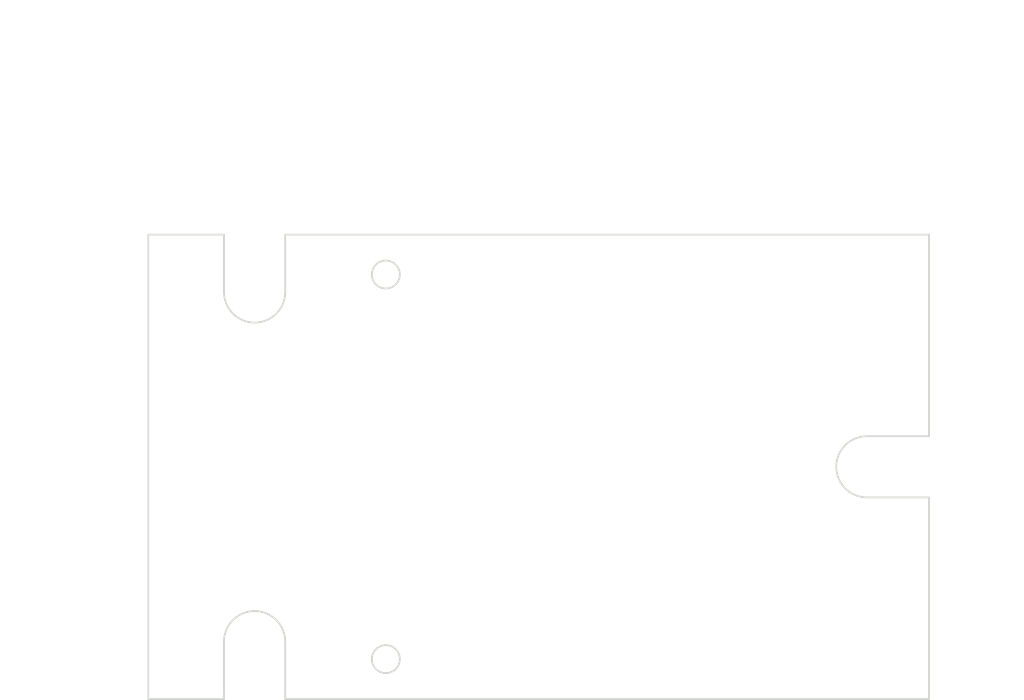
<source format=kicad_pcb>
(kicad_pcb (version 20171130) (host pcbnew "(5.1.0)-1")

  (general
    (thickness 1.6)
    (drawings 65)
    (tracks 0)
    (zones 0)
    (modules 0)
    (nets 1)
  )

  (page A4)
  (layers
    (0 F.Cu signal)
    (31 B.Cu signal)
    (32 B.Adhes user)
    (33 F.Adhes user)
    (34 B.Paste user)
    (35 F.Paste user)
    (36 B.SilkS user)
    (37 F.SilkS user)
    (38 B.Mask user)
    (39 F.Mask user)
    (40 Dwgs.User user)
    (41 Cmts.User user)
    (42 Eco1.User user)
    (43 Eco2.User user)
    (44 Edge.Cuts user)
    (45 Margin user)
    (46 B.CrtYd user)
    (47 F.CrtYd user)
    (48 B.Fab user)
    (49 F.Fab user)
  )

  (setup
    (last_trace_width 0.25)
    (trace_clearance 0.2)
    (zone_clearance 0.508)
    (zone_45_only no)
    (trace_min 0.2)
    (via_size 0.8)
    (via_drill 0.4)
    (via_min_size 0.4)
    (via_min_drill 0.3)
    (uvia_size 0.3)
    (uvia_drill 0.1)
    (uvias_allowed no)
    (uvia_min_size 0.2)
    (uvia_min_drill 0.1)
    (edge_width 0.05)
    (segment_width 0.2)
    (pcb_text_width 0.3)
    (pcb_text_size 1.5 1.5)
    (mod_edge_width 0.12)
    (mod_text_size 1 1)
    (mod_text_width 0.15)
    (pad_size 1.524 1.524)
    (pad_drill 0.762)
    (pad_to_mask_clearance 0.051)
    (solder_mask_min_width 0.25)
    (aux_axis_origin 0 0)
    (visible_elements FFFFFF7F)
    (pcbplotparams
      (layerselection 0x010fc_ffffffff)
      (usegerberextensions false)
      (usegerberattributes false)
      (usegerberadvancedattributes false)
      (creategerberjobfile false)
      (excludeedgelayer true)
      (linewidth 0.152400)
      (plotframeref false)
      (viasonmask false)
      (mode 1)
      (useauxorigin false)
      (hpglpennumber 1)
      (hpglpenspeed 20)
      (hpglpendiameter 15.000000)
      (psnegative false)
      (psa4output false)
      (plotreference true)
      (plotvalue true)
      (plotinvisibletext false)
      (padsonsilk false)
      (subtractmaskfromsilk false)
      (outputformat 1)
      (mirror false)
      (drillshape 1)
      (scaleselection 1)
      (outputdirectory ""))
  )

  (net 0 "")

  (net_class Default "This is the default net class."
    (clearance 0.2)
    (trace_width 0.25)
    (via_dia 0.8)
    (via_drill 0.4)
    (uvia_dia 0.3)
    (uvia_drill 0.1)
  )

  (gr_line (start 104.939668 128.252466) (end 104.939668 75.112827) (layer Edge.Cuts) (width 0.2))
  (gr_arc (start 187.091418 101.682647) (end 187.091418 98.182647) (angle -180) (layer Edge.Cuts) (width 0.2))
  (gr_line (start 187.091418 105.182647) (end 194.191051 105.182647) (layer Edge.Cuts) (width 0.2))
  (gr_line (start 194.191051 105.182647) (end 194.191051 128.252466) (layer Edge.Cuts) (width 0.2))
  (gr_line (start 194.191051 128.252466) (end 120.591418 128.252466) (layer Edge.Cuts) (width 0.2))
  (gr_line (start 120.591418 128.252466) (end 120.591418 121.682647) (layer Edge.Cuts) (width 0.2))
  (gr_arc (start 117.091418 121.682647) (end 120.591418 121.682647) (angle -180) (layer Edge.Cuts) (width 0.2))
  (gr_line (start 113.591418 121.682647) (end 113.591418 128.252466) (layer Edge.Cuts) (width 0.2))
  (gr_line (start 113.591418 128.252466) (end 104.939668 128.252466) (layer Edge.Cuts) (width 0.2))
  (gr_circle (center 132.091418 123.682647) (end 133.691418 123.682647) (layer Edge.Cuts) (width 0.2))
  (gr_line (start 187.091418 98.182647) (end 194.191051 98.182647) (layer Edge.Cuts) (width 0.2))
  (gr_line (start 194.191051 98.182647) (end 194.191051 75.112827) (layer Edge.Cuts) (width 0.2))
  (gr_line (start 194.191051 75.112827) (end 120.591418 75.112827) (layer Edge.Cuts) (width 0.2))
  (gr_line (start 120.591418 75.112827) (end 120.591418 81.682647) (layer Edge.Cuts) (width 0.2))
  (gr_arc (start 117.091418 81.682647) (end 113.591418 81.682647) (angle -180) (layer Edge.Cuts) (width 0.2))
  (gr_line (start 113.591418 81.682647) (end 113.591418 75.112827) (layer Edge.Cuts) (width 0.2))
  (gr_line (start 113.591418 75.112827) (end 104.939668 75.112827) (layer Edge.Cuts) (width 0.2))
  (gr_circle (center 132.091418 79.682647) (end 133.691418 79.682647) (layer Edge.Cuts) (width 0.2))
  (gr_text [.40] (at 140.046904 71.029956) (layer Dwgs.User)
    (effects (font (size 1.7 1.53) (thickness 0.2125)))
  )
  (gr_text " 10.07" (at 140.046904 67.47252) (layer Dwgs.User)
    (effects (font (size 1.7 1.53) (thickness 0.2125)))
  )
  (gr_line (start 133.999393 69.140494) (end 135.999393 69.140494) (layer Dwgs.User) (width 0.2))
  (gr_line (start 133.999393 75.112827) (end 133.999393 69.140494) (layer Dwgs.User) (width 0.2))
  (gr_line (start 133.999393 83.182647) (end 133.999393 77.112827) (layer Dwgs.User) (width 0.2))
  (gr_line (start 118.091418 85.182647) (end 137.174393 85.182647) (layer Dwgs.User) (width 0.2))
  (gr_text [1.73] (at 100.068525 103.572108) (layer Dwgs.User)
    (effects (font (size 1.7 1.53) (thickness 0.2125)))
  )
  (gr_text " 44.00" (at 100.068525 100.014673) (layer Dwgs.User)
    (effects (font (size 1.7 1.53) (thickness 0.2125)))
  )
  (gr_line (start 100.068525 81.682647) (end 100.068525 98.125211) (layer Dwgs.User) (width 0.2))
  (gr_line (start 100.068525 121.682647) (end 100.068525 105.240082) (layer Dwgs.User) (width 0.2))
  (gr_line (start 131.091418 79.682647) (end 96.893525 79.682647) (layer Dwgs.User) (width 0.2))
  (gr_line (start 131.091418 123.682647) (end 96.893525 123.682647) (layer Dwgs.User) (width 0.2))
  (gr_text [.42] (at 201.046749 94.07317) (layer Dwgs.User)
    (effects (font (size 1.7 1.53) (thickness 0.2125)))
  )
  (gr_text " 10.60" (at 201.046749 90.515735) (layer Dwgs.User)
    (effects (font (size 1.7 1.53) (thickness 0.2125)))
  )
  (gr_line (start 194.191051 92.183709) (end 197.002137 92.183709) (layer Dwgs.User) (width 0.2))
  (gr_line (start 185.591418 92.183709) (end 192.191051 92.183709) (layer Dwgs.User) (width 0.2))
  (gr_line (start 183.591418 100.682647) (end 183.591418 89.008709) (layer Dwgs.User) (width 0.2))
  (gr_text [1.07] (at 118.515543 61.002288) (layer Dwgs.User)
    (effects (font (size 1.7 1.53) (thickness 0.2125)))
  )
  (gr_text " 27.15" (at 118.515543 57.444853) (layer Dwgs.User)
    (effects (font (size 1.7 1.53) (thickness 0.2125)))
  )
  (gr_line (start 106.939668 59.112827) (end 114.461655 59.112827) (layer Dwgs.User) (width 0.2))
  (gr_line (start 130.091418 59.112827) (end 122.569431 59.112827) (layer Dwgs.User) (width 0.2))
  (gr_line (start 104.939668 74.112827) (end 104.939668 55.937827) (layer Dwgs.User) (width 0.2))
  (gr_line (start 132.091418 78.682647) (end 132.091418 55.937827) (layer Dwgs.User) (width 0.2))
  (gr_text [.28] (at 127.545074 70.99287) (layer Dwgs.User)
    (effects (font (size 1.7 1.53) (thickness 0.2125)))
  )
  (gr_text " 7.00" (at 127.545074 67.435434) (layer Dwgs.User)
    (effects (font (size 1.7 1.53) (thickness 0.2125)))
  )
  (gr_line (start 120.591418 69.103408) (end 124.160865 69.103408) (layer Dwgs.User) (width 0.2))
  (gr_line (start 115.591418 69.103408) (end 118.591418 69.103408) (layer Dwgs.User) (width 0.2))
  (gr_line (start 120.591418 74.112827) (end 120.591418 65.928408) (layer Dwgs.User) (width 0.2))
  (gr_line (start 113.591418 74.112827) (end 113.591418 65.928408) (layer Dwgs.User) (width 0.2))
  (gr_text [.34] (at 97.733018 70.99287) (layer Dwgs.User)
    (effects (font (size 1.7 1.53) (thickness 0.2125)))
  )
  (gr_text " 8.65" (at 97.733018 67.435434) (layer Dwgs.User)
    (effects (font (size 1.7 1.53) (thickness 0.2125)))
  )
  (gr_line (start 104.939668 69.103408) (end 101.126504 69.103408) (layer Dwgs.User) (width 0.2))
  (gr_line (start 111.591418 69.103408) (end 106.939668 69.103408) (layer Dwgs.User) (width 0.2))
  (gr_line (start 104.939668 74.112827) (end 104.939668 65.928408) (layer Dwgs.User) (width 0.2))
  (gr_line (start 113.591418 74.112827) (end 113.591418 65.928408) (layer Dwgs.User) (width 0.2))
  (gr_text [2.09] (at 92.009395 103.572108) (layer Dwgs.User)
    (effects (font (size 1.7 1.53) (thickness 0.2125)))
  )
  (gr_text " 53.14" (at 92.009395 100.014093) (layer Dwgs.User)
    (effects (font (size 1.7 1.53) (thickness 0.2125)))
  )
  (gr_line (start 92.009395 77.112827) (end 92.009395 98.124632) (layer Dwgs.User) (width 0.2))
  (gr_line (start 92.009395 126.252466) (end 92.009395 105.240662) (layer Dwgs.User) (width 0.2))
  (gr_line (start 103.939668 75.112827) (end 88.834395 75.112827) (layer Dwgs.User) (width 0.2))
  (gr_line (start 103.939668 128.252466) (end 88.834395 128.252466) (layer Dwgs.User) (width 0.2))
  (gr_text [3.51] (at 148.523625 53.43851) (layer Dwgs.User)
    (effects (font (size 1.7 1.53) (thickness 0.2125)))
  )
  (gr_text " 89.25" (at 148.523625 49.881075) (layer Dwgs.User)
    (effects (font (size 1.7 1.53) (thickness 0.2125)))
  )
  (gr_line (start 106.939668 51.549049) (end 144.469737 51.549049) (layer Dwgs.User) (width 0.2))
  (gr_line (start 192.191051 51.549049) (end 152.577513 51.549049) (layer Dwgs.User) (width 0.2))
  (gr_line (start 104.939668 74.112827) (end 104.939668 48.374049) (layer Dwgs.User) (width 0.2))
  (gr_line (start 194.191051 74.112827) (end 194.191051 48.374049) (layer Dwgs.User) (width 0.2))

)

</source>
